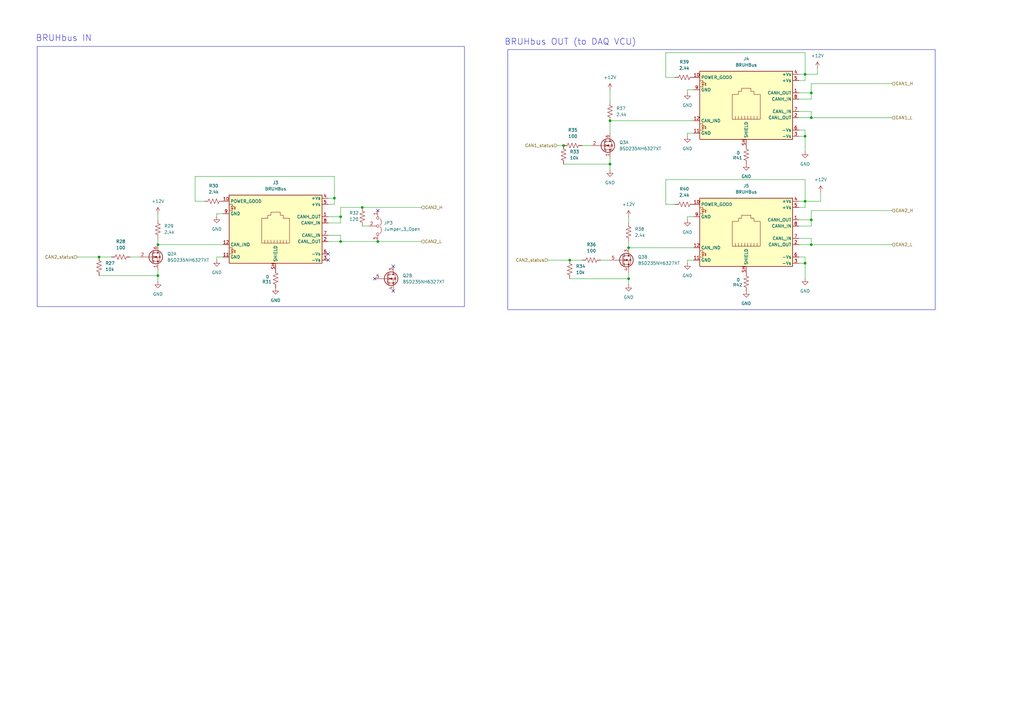
<source format=kicad_sch>
(kicad_sch (version 20250114) (generator "eeschema") (generator_version "9.0")
  (paper "A3")
  (lib_symbols
    (symbol "BFR Connectors:BRUHbus"
      (property "Reference" "J" (at 0 19.05 0))
      (property "Value" "BRUHBus" (at 0 16.51 0))
      (symbol "BRUHbus_0_1"
        (rectangle (start -19.05 13.97) (end 19.05 -13.97) (stroke (width 0.254)) (fill (type background)))
        (polyline (pts (xy -19.05 10.16) (xy -17.78 10.16)))
        (polyline (pts (xy -19.05 7.62) (xy -17.78 7.62)))
        (polyline (pts (xy -19.05 -7.62) (xy -17.78 -7.62)))
        (polyline (pts (xy -19.05 -10.16) (xy -17.78 -10.16)))
        (polyline (pts (xy -18.288 8.382) (xy -17.272 8.382)))
        (polyline (pts (xy -18.288 -9.398) (xy -17.272 -9.398)))
        (polyline (pts (xy -17.78 10.16) (xy -17.78 9.398)))
        (polyline (pts (xy -17.78 8.382) (xy -18.288 9.398) (xy -17.272 9.398) (xy -17.78 8.382)))
        (polyline (pts (xy -17.78 7.62) (xy -17.78 8.382)))
        (polyline (pts (xy -17.78 -7.62) (xy -17.78 -8.382)))
        (polyline (pts (xy -17.78 -9.398) (xy -18.288 -8.382) (xy -17.272 -8.382) (xy -17.78 -9.398)))
        (polyline (pts (xy -17.78 -10.16) (xy -17.78 -9.398)))
        (polyline (pts (xy -17.018 9.271) (xy -16.51 8.763) (xy -16.891 8.89)))
        (polyline (pts (xy -17.018 8.636) (xy -16.51 8.128) (xy -16.891 8.255)))
        (polyline (pts (xy -17.018 -8.509) (xy -16.51 -9.017) (xy -16.891 -8.89)))
        (polyline (pts (xy -17.018 -9.144) (xy -16.51 -9.652) (xy -16.891 -9.525)))
        (polyline (pts (xy -16.5175 -9.6461) (xy -16.6445 -9.2651)))
        (polyline (pts (xy -16.51 8.763) (xy -16.637 9.144)))
        (polyline (pts (xy -16.51 8.128) (xy -16.637 8.509)))
        (polyline (pts (xy -16.51 -9.017) (xy -16.637 -8.636)))
        (polyline (pts (xy -4.445 -4.445) (xy -4.445 -5.715)))
        (polyline (pts (xy -3.175 -4.445) (xy -3.175 -5.715)))
        (polyline (pts (xy -1.905 -4.445) (xy -1.905 -5.715) (xy -1.905 -5.715)))
        (polyline (pts (xy -0.635 -5.715) (xy -0.635 -4.445) (xy -0.635 -4.445)))
        (polyline (pts (xy 0.635 -5.715) (xy 0.635 -4.445) (xy 0.635 -4.445)))
        (polyline (pts (xy 1.905 -5.715) (xy 1.905 -4.445) (xy 1.905 -4.445)))
        (polyline (pts (xy 3.175 -5.715) (xy 3.175 -4.445) (xy 3.175 -4.445)))
        (polyline (pts (xy 4.445 -5.715) (xy 4.445 -4.445) (xy 4.445 -4.445)))
        (polyline (pts (xy 5.715 -5.715) (xy -5.715 -5.715) (xy -5.715 4.445) (xy -3.175 4.445) (xy -3.175 5.715) (xy -1.905 5.715) (xy -1.905 6.985) (xy 1.905 6.985) (xy 1.905 5.715) (xy 3.175 5.715) (xy 3.175 4.445) (xy 5.715 4.445) (xy 5.715 -5.715) (xy 5.715 -5.715)))
      )
      (symbol "BRUHbus_1_1"
        (pin passive line (at -21.59 11.43 0) (length 2.54) (name "POWER_GOOD") (number "10"))
        (pin passive line (at -21.59 6.35 0) (length 2.54) (name "GND") (number "9"))
        (pin passive line (at -21.59 -6.35 0) (length 2.54) (name "CAN_IND") (number "12"))
        (pin passive line (at -21.59 -11.43 0) (length 2.54) (name "GND") (number "11"))
        (pin passive line (at 0 -16.51 90) (length 2.54) (name "SHIELD") (number "SH"))
        (pin passive line (at 21.59 12.7 180) (length 2.54) (name "+Vs") (number "4"))
        (pin passive line (at 21.59 10.16 180) (length 2.54) (name "+Vs") (number "5"))
        (pin passive line (at 21.59 5.08 180) (length 2.54) (name "CANH_OUT") (number "1"))
        (pin passive line (at 21.59 2.54 180) (length 2.54) (name "CANH_IN") (number "8"))
        (pin passive line (at 21.59 -2.54 180) (length 2.54) (name "CANL_IN") (number "7"))
        (pin passive line (at 21.59 -5.08 180) (length 2.54) (name "CANL_OUT") (number "2"))
        (pin passive line (at 21.59 -10.16 180) (length 2.54) (name "-Vs") (number "6"))
        (pin passive line (at 21.59 -12.7 180) (length 2.54) (name "-Vs") (number "3"))
      )
    )
    (symbol "BFR Resistors:RMCF0603FT100R" (pin_numbers (hide yes))
      (property "Reference" "R" (at 0 2.54 0))
      (property "Value" "100" (at 1.27 2.54 0))
      (symbol "RMCF0603FT100R_0_1"
        (polyline (pts (xy -2.286 0) (xy -2.54 0)))
        (polyline (pts (xy -2.286 0) (xy -1.905 1.016) (xy -1.524 0) (xy -1.143 -1.016) (xy -0.762 0)))
        (polyline (pts (xy -0.762 0) (xy -0.381 1.016) (xy 0 0) (xy 0.381 -1.016) (xy 0.762 0)))
        (polyline (pts (xy 0.762 0) (xy 1.143 1.016) (xy 1.524 0) (xy 1.905 -1.016) (xy 2.286 0)))
        (polyline (pts (xy 2.286 0) (xy 2.54 0)))
      )
      (symbol "RMCF0603FT100R_1_1"
        (pin passive line (at -3.81 0 0) (length 1.27) (name "~") (number "1"))
        (pin passive line (at 3.81 0 180) (length 1.27) (name "~") (number "2"))
      )
    )
    (symbol "BFR Resistors:RMCF0603FT10K0" (pin_numbers (hide yes))
      (property "Reference" "R" (at 0 2.54 0))
      (property "Value" "10k" (at 1.27 2.54 0))
      (symbol "RMCF0603FT10K0_0_1"
        (polyline (pts (xy -2.286 0) (xy -2.54 0)))
        (polyline (pts (xy -2.286 0) (xy -1.905 1.016) (xy -1.524 0) (xy -1.143 -1.016) (xy -0.762 0)))
        (polyline (pts (xy -0.762 0) (xy -0.381 1.016) (xy 0 0) (xy 0.381 -1.016) (xy 0.762 0)))
        (polyline (pts (xy 0.762 0) (xy 1.143 1.016) (xy 1.524 0) (xy 1.905 -1.016) (xy 2.286 0)))
        (polyline (pts (xy 2.286 0) (xy 2.54 0)))
      )
      (symbol "RMCF0603FT10K0_1_1"
        (pin passive line (at -3.81 0 0) (length 1.27) (name "~") (number "1"))
        (pin passive line (at 3.81 0 180) (length 1.27) (name "~") (number "2"))
      )
    )
    (symbol "BFR Resistors:RMCF0603FT120R" (pin_numbers (hide yes))
      (property "Reference" "R" (at 0 2.54 0))
      (property "Value" "120" (at 1.27 2.54 0))
      (symbol "RMCF0603FT120R_0_1"
        (polyline (pts (xy -2.286 0) (xy -2.54 0)))
        (polyline (pts (xy -2.286 0) (xy -1.905 1.016) (xy -1.524 0) (xy -1.143 -1.016) (xy -0.762 0)))
        (polyline (pts (xy -0.762 0) (xy -0.381 1.016) (xy 0 0) (xy 0.381 -1.016) (xy 0.762 0)))
        (polyline (pts (xy 0.762 0) (xy 1.143 1.016) (xy 1.524 0) (xy 1.905 -1.016) (xy 2.286 0)))
        (polyline (pts (xy 2.286 0) (xy 2.54 0)))
      )
      (symbol "RMCF0603FT120R_1_1"
        (pin passive line (at -3.81 0 0) (length 1.27) (name "~") (number "1"))
        (pin passive line (at 3.81 0 180) (length 1.27) (name "~") (number "2"))
      )
    )
    (symbol "BFR Resistors:RMCF0603FT2K40" (pin_numbers (hide yes))
      (property "Reference" "R" (at 0 2.54 0))
      (property "Value" "2.4k" (at 1.27 2.54 0))
      (symbol "RMCF0603FT2K40_0_1"
        (polyline (pts (xy -2.286 0) (xy -2.54 0)))
        (polyline (pts (xy -2.286 0) (xy -1.905 1.016) (xy -1.524 0) (xy -1.143 -1.016) (xy -0.762 0)))
        (polyline (pts (xy -0.762 0) (xy -0.381 1.016) (xy 0 0) (xy 0.381 -1.016) (xy 0.762 0)))
        (polyline (pts (xy 0.762 0) (xy 1.143 1.016) (xy 1.524 0) (xy 1.905 -1.016) (xy 2.286 0)))
        (polyline (pts (xy 2.286 0) (xy 2.54 0)))
      )
      (symbol "RMCF0603FT2K40_1_1"
        (pin passive line (at -3.81 0 0) (length 1.27) (name "~") (number "1"))
        (pin passive line (at 3.81 0 180) (length 1.27) (name "~") (number "2"))
      )
    )
    (symbol "BRUHbus_2"
      (property "Reference" "J" (at 0 19.05 0))
      (property "Value" "BRUHBus" (at 0 16.51 0))
      (symbol "BRUHbus_2_0_1"
        (rectangle (start -19.05 13.97) (end 19.05 -13.97) (stroke (width 0.254)) (fill (type background)))
        (polyline (pts (xy -19.05 10.16) (xy -17.78 10.16)))
        (polyline (pts (xy -19.05 7.62) (xy -17.78 7.62)))
        (polyline (pts (xy -19.05 -7.62) (xy -17.78 -7.62)))
        (polyline (pts (xy -19.05 -10.16) (xy -17.78 -10.16)))
        (polyline (pts (xy -18.288 8.382) (xy -17.272 8.382)))
        (polyline (pts (xy -18.288 -9.398) (xy -17.272 -9.398)))
        (polyline (pts (xy -17.78 10.16) (xy -17.78 9.398)))
        (polyline (pts (xy -17.78 8.382) (xy -18.288 9.398) (xy -17.272 9.398) (xy -17.78 8.382)))
        (polyline (pts (xy -17.78 7.62) (xy -17.78 8.382)))
        (polyline (pts (xy -17.78 -7.62) (xy -17.78 -8.382)))
        (polyline (pts (xy -17.78 -9.398) (xy -18.288 -8.382) (xy -17.272 -8.382) (xy -17.78 -9.398)))
        (polyline (pts (xy -17.78 -10.16) (xy -17.78 -9.398)))
        (polyline (pts (xy -17.018 9.271) (xy -16.51 8.763) (xy -16.891 8.89)))
        (polyline (pts (xy -17.018 8.636) (xy -16.51 8.128) (xy -16.891 8.255)))
        (polyline (pts (xy -17.018 -8.509) (xy -16.51 -9.017) (xy -16.891 -8.89)))
        (polyline (pts (xy -17.018 -9.144) (xy -16.51 -9.652) (xy -16.891 -9.525)))
        (polyline (pts (xy -16.5175 -9.6461) (xy -16.6445 -9.2651)))
        (polyline (pts (xy -16.51 8.763) (xy -16.637 9.144)))
        (polyline (pts (xy -16.51 8.128) (xy -16.637 8.509)))
        (polyline (pts (xy -16.51 -9.017) (xy -16.637 -8.636)))
        (polyline (pts (xy -4.445 -4.445) (xy -4.445 -5.715)))
        (polyline (pts (xy -3.175 -4.445) (xy -3.175 -5.715)))
        (polyline (pts (xy -1.905 -4.445) (xy -1.905 -5.715) (xy -1.905 -5.715)))
        (polyline (pts (xy -0.635 -5.715) (xy -0.635 -4.445) (xy -0.635 -4.445)))
        (polyline (pts (xy 0.635 -5.715) (xy 0.635 -4.445) (xy 0.635 -4.445)))
        (polyline (pts (xy 1.905 -5.715) (xy 1.905 -4.445) (xy 1.905 -4.445)))
        (polyline (pts (xy 3.175 -5.715) (xy 3.175 -4.445) (xy 3.175 -4.445)))
        (polyline (pts (xy 4.445 -5.715) (xy 4.445 -4.445) (xy 4.445 -4.445)))
        (polyline (pts (xy 5.715 -5.715) (xy -5.715 -5.715) (xy -5.715 4.445) (xy -3.175 4.445) (xy -3.175 5.715) (xy -1.905 5.715) (xy -1.905 6.985) (xy 1.905 6.985) (xy 1.905 5.715) (xy 3.175 5.715) (xy 3.175 4.445) (xy 5.715 4.445) (xy 5.715 -5.715) (xy 5.715 -5.715)))
      )
      (symbol "BRUHbus_2_1_1"
        (pin passive line (at -21.59 11.43 0) (length 2.54) (name "POWER_GOOD") (number "10"))
        (pin passive line (at -21.59 6.35 0) (length 2.54) (name "GND") (number "9"))
        (pin passive line (at -21.59 -6.35 0) (length 2.54) (name "CAN_IND") (number "12"))
        (pin passive line (at -21.59 -11.43 0) (length 2.54) (name "GND") (number "11"))
        (pin passive line (at 0 -16.51 90) (length 2.54) (name "SHIELD") (number "SH"))
        (pin passive line (at 21.59 12.7 180) (length 2.54) (name "+Vs") (number "4"))
        (pin passive line (at 21.59 10.16 180) (length 2.54) (name "+Vs") (number "5"))
        (pin passive line (at 21.59 5.08 180) (length 2.54) (name "CANH_OUT") (number "1"))
        (pin passive line (at 21.59 2.54 180) (length 2.54) (name "CANH_IN") (number "8"))
        (pin passive line (at 21.59 -2.54 180) (length 2.54) (name "CANL_IN") (number "7"))
        (pin passive line (at 21.59 -5.08 180) (length 2.54) (name "CANL_OUT") (number "2"))
        (pin passive line (at 21.59 -10.16 180) (length 2.54) (name "-Vs") (number "6"))
        (pin passive line (at 21.59 -12.7 180) (length 2.54) (name "-Vs") (number "3"))
      )
    )
    (symbol "BRUHbus_3"
      (property "Reference" "J" (at 0 19.05 0))
      (property "Value" "BRUHBus" (at 0 16.51 0))
      (symbol "BRUHbus_3_0_1"
        (rectangle (start -19.05 13.97) (end 19.05 -13.97) (stroke (width 0.254)) (fill (type background)))
        (polyline (pts (xy -19.05 10.16) (xy -17.78 10.16)))
        (polyline (pts (xy -19.05 7.62) (xy -17.78 7.62)))
        (polyline (pts (xy -19.05 -7.62) (xy -17.78 -7.62)))
        (polyline (pts (xy -19.05 -10.16) (xy -17.78 -10.16)))
        (polyline (pts (xy -18.288 8.382) (xy -17.272 8.382)))
        (polyline (pts (xy -18.288 -9.398) (xy -17.272 -9.398)))
        (polyline (pts (xy -17.78 10.16) (xy -17.78 9.398)))
        (polyline (pts (xy -17.78 8.382) (xy -18.288 9.398) (xy -17.272 9.398) (xy -17.78 8.382)))
        (polyline (pts (xy -17.78 7.62) (xy -17.78 8.382)))
        (polyline (pts (xy -17.78 -7.62) (xy -17.78 -8.382)))
        (polyline (pts (xy -17.78 -9.398) (xy -18.288 -8.382) (xy -17.272 -8.382) (xy -17.78 -9.398)))
        (polyline (pts (xy -17.78 -10.16) (xy -17.78 -9.398)))
        (polyline (pts (xy -17.018 9.271) (xy -16.51 8.763) (xy -16.891 8.89)))
        (polyline (pts (xy -17.018 8.636) (xy -16.51 8.128) (xy -16.891 8.255)))
        (polyline (pts (xy -17.018 -8.509) (xy -16.51 -9.017) (xy -16.891 -8.89)))
        (polyline (pts (xy -17.018 -9.144) (xy -16.51 -9.652) (xy -16.891 -9.525)))
        (polyline (pts (xy -16.5175 -9.6461) (xy -16.6445 -9.2651)))
        (polyline (pts (xy -16.51 8.763) (xy -16.637 9.144)))
        (polyline (pts (xy -16.51 8.128) (xy -16.637 8.509)))
        (polyline (pts (xy -16.51 -9.017) (xy -16.637 -8.636)))
        (polyline (pts (xy -4.445 -4.445) (xy -4.445 -5.715)))
        (polyline (pts (xy -3.175 -4.445) (xy -3.175 -5.715)))
        (polyline (pts (xy -1.905 -4.445) (xy -1.905 -5.715) (xy -1.905 -5.715)))
        (polyline (pts (xy -0.635 -5.715) (xy -0.635 -4.445) (xy -0.635 -4.445)))
        (polyline (pts (xy 0.635 -5.715) (xy 0.635 -4.445) (xy 0.635 -4.445)))
        (polyline (pts (xy 1.905 -5.715) (xy 1.905 -4.445) (xy 1.905 -4.445)))
        (polyline (pts (xy 3.175 -5.715) (xy 3.175 -4.445) (xy 3.175 -4.445)))
        (polyline (pts (xy 4.445 -5.715) (xy 4.445 -4.445) (xy 4.445 -4.445)))
        (polyline (pts (xy 5.715 -5.715) (xy -5.715 -5.715) (xy -5.715 4.445) (xy -3.175 4.445) (xy -3.175 5.715) (xy -1.905 5.715) (xy -1.905 6.985) (xy 1.905 6.985) (xy 1.905 5.715) (xy 3.175 5.715) (xy 3.175 4.445) (xy 5.715 4.445) (xy 5.715 -5.715) (xy 5.715 -5.715)))
      )
      (symbol "BRUHbus_3_1_1"
        (pin passive line (at -21.59 11.43 0) (length 2.54) (name "POWER_GOOD") (number "10"))
        (pin passive line (at -21.59 6.35 0) (length 2.54) (name "GND") (number "9"))
        (pin passive line (at -21.59 -6.35 0) (length 2.54) (name "CAN_IND") (number "12"))
        (pin passive line (at -21.59 -11.43 0) (length 2.54) (name "GND") (number "11"))
        (pin passive line (at 0 -16.51 90) (length 2.54) (name "SHIELD") (number "SH"))
        (pin passive line (at 21.59 12.7 180) (length 2.54) (name "+Vs") (number "4"))
        (pin passive line (at 21.59 10.16 180) (length 2.54) (name "+Vs") (number "5"))
        (pin passive line (at 21.59 5.08 180) (length 2.54) (name "CANH_OUT") (number "1"))
        (pin passive line (at 21.59 2.54 180) (length 2.54) (name "CANH_IN") (number "8"))
        (pin passive line (at 21.59 -2.54 180) (length 2.54) (name "CANL_IN") (number "7"))
        (pin passive line (at 21.59 -5.08 180) (length 2.54) (name "CANL_OUT") (number "2"))
        (pin passive line (at 21.59 -10.16 180) (length 2.54) (name "-Vs") (number "6"))
        (pin passive line (at 21.59 -12.7 180) (length 2.54) (name "-Vs") (number "3"))
      )
    )
    (symbol "Jumper:Jumper_3_Open" (pin_names (offset 0) (hide yes)) (in_bom no)
      (property "Reference" "JP" (at -2.54 -2.54 0))
      (property "Value" "Jumper_3_Open" (at 0 2.794 0))
      (symbol "Jumper_3_Open_0_0"
        (circle (center -3.302 0) (radius 0.508))
        (circle (center 0 0) (radius 0.508))
        (circle (center 3.302 0) (radius 0.508))
      )
      (symbol "Jumper_3_Open_0_1"
        (arc (start -3.048 1.016) (mid -1.651 1.4992) (end -0.254 1.016))
        (polyline (pts (xy 0 -0.508) (xy 0 -1.27)))
        (arc (start 0.254 1.016) (mid 1.651 1.4992) (end 3.048 1.016))
      )
      (symbol "Jumper_3_Open_1_1"
        (pin passive line (at -6.35 0 0) (length 2.54) (name "A") (number "1"))
        (pin passive line (at 0 -3.81 90) (length 2.54) (name "C") (number "2"))
        (pin passive line (at 6.35 0 180) (length 2.54) (name "B") (number "3"))
      )
    )
    (symbol "Transistor_FET:Q_Dual_NMOS_S1G1D2S2G2D1" (pin_names (offset 0) (hide yes))
      (property "Reference" "Q" (at 5.08 1.905 0))
      (property "Value" "Q_Dual_NMOS_S1G1D2S2G2D1" (at 5.08 0 0))
      (symbol "Q_Dual_NMOS_S1G1D2S2G2D1_0_1"
        (polyline (pts (xy 0.254 1.905) (xy 0.254 -1.905)) (stroke (width 0.254)))
        (polyline (pts (xy 0.254 0) (xy -2.54 0)))
        (polyline (pts (xy 0.762 2.286) (xy 0.762 1.27)) (stroke (width 0.254)))
        (polyline (pts (xy 0.762 0.508) (xy 0.762 -0.508)) (stroke (width 0.254)))
        (polyline (pts (xy 0.762 -1.27) (xy 0.762 -2.286)) (stroke (width 0.254)))
        (polyline (pts (xy 0.762 -1.778) (xy 3.302 -1.778) (xy 3.302 1.778) (xy 0.762 1.778)))
        (polyline (pts (xy 1.016 0) (xy 2.032 0.381) (xy 2.032 -0.381) (xy 1.016 0)) (fill (type outline)))
        (circle (center 1.651 0) (radius 2.794) (stroke (width 0.254)))
        (polyline (pts (xy 2.54 2.54) (xy 2.54 1.778)))
        (circle (center 2.54 1.778) (radius 0.254) (fill (type outline)))
        (circle (center 2.54 -1.778) (radius 0.254) (fill (type outline)))
        (polyline (pts (xy 2.54 -2.54) (xy 2.54 0) (xy 0.762 0)))
        (polyline (pts (xy 2.921 0.381) (xy 3.683 0.381)))
        (polyline (pts (xy 3.302 0.381) (xy 2.921 -0.254) (xy 3.683 -0.254) (xy 3.302 0.381)))
      )
      (symbol "Q_Dual_NMOS_S1G1D2S2G2D1_1_1"
        (pin input line (at -5.08 0 0) (length 2.54) (name "G") (number "2"))
        (pin passive line (at 2.54 5.08 270) (length 2.54) (name "D") (number "6"))
        (pin passive line (at 2.54 -5.08 90) (length 2.54) (name "S") (number "1"))
      )
      (symbol "Q_Dual_NMOS_S1G1D2S2G2D1_2_1"
        (pin input line (at -5.08 0 0) (length 2.54) (name "G") (number "5"))
        (pin passive line (at 2.54 5.08 270) (length 2.54) (name "D") (number "3"))
        (pin passive line (at 2.54 -5.08 90) (length 2.54) (name "S") (number "4"))
      )
    )
    (symbol "bfr_resistors:RMCF0805ZT0R00" (pin_numbers (hide yes))
      (property "Reference" "R" (at 0 2.54 0))
      (property "Value" "0" (at 1.27 2.54 0))
      (symbol "RMCF0805ZT0R00_0_1"
        (polyline (pts (xy -2.286 0) (xy -2.54 0)))
        (polyline (pts (xy -2.286 0) (xy -1.905 1.016) (xy -1.524 0) (xy -1.143 -1.016) (xy -0.762 0)))
        (polyline (pts (xy -0.762 0) (xy -0.381 1.016) (xy 0 0) (xy 0.381 -1.016) (xy 0.762 0)))
        (polyline (pts (xy 0.762 0) (xy 1.143 1.016) (xy 1.524 0) (xy 1.905 -1.016) (xy 2.286 0)))
        (polyline (pts (xy 2.286 0) (xy 2.54 0)))
      )
      (symbol "RMCF0805ZT0R00_1_1"
        (pin passive line (at -3.81 0 0) (length 1.27) (name "~") (number "1"))
        (pin passive line (at 3.81 0 180) (length 1.27) (name "~") (number "2"))
      )
    )
    (symbol "power:+12V" (power) (pin_numbers (hide yes)) (pin_names (offset 0) (hide yes))
      (property "Value" "+12V" (at 0 3.556 0))
      (symbol "+12V_0_1"
        (polyline (pts (xy -0.762 1.27) (xy 0 2.54)))
        (polyline (pts (xy 0 2.54) (xy 0.762 1.27)))
        (polyline (pts (xy 0 0) (xy 0 2.54)))
      )
      (symbol "+12V_1_1"
        (pin power_in line (at 0 0 90) (length 0) (name "~") (number "1"))
      )
    )
    (symbol "power:GND" (power) (pin_numbers (hide yes)) (pin_names (offset 0) (hide yes))
      (property "Value" "GND" (at 0 -3.81 0))
      (symbol "GND_0_1"
        (polyline (pts (xy 0 0) (xy 0 -1.27) (xy 1.27 -1.27) (xy 0 -2.54) (xy -1.27 -1.27) (xy 0 -1.27)))
      )
      (symbol "GND_1_1"
        (pin power_in line (at 0 0 270) (length 0) (name "~") (number "1"))
      )
    )
  )
  (rectangle (start 15.24 19.05) (end 190.5 125.73))
  (rectangle (start 208.28 20.32) (end 383.54 127))
  (text "BRUHbus IN\n" (at 26.162 15.748 0) (effects (font (size 2.54 2.54))))
  (text "BRUHbus OUT (to DAQ VCU)\n" (at 233.934 17.272 0) (effects (font (size 2.54 2.54))))
  (junction (at 330.2 55.88))
  (junction (at 332.74 90.17))
  (junction (at 148.59 85.09))
  (junction (at 139.7 99.06))
  (junction (at 154.94 99.06))
  (junction (at 40.64 105.41))
  (junction (at 332.74 38.1))
  (junction (at 257.81 114.3))
  (junction (at 233.68 106.68))
  (junction (at 250.19 49.53))
  (junction (at 231.14 59.69))
  (junction (at 330.2 30.48))
  (junction (at 64.77 100.33))
  (junction (at 250.19 67.31))
  (junction (at 332.74 100.33))
  (junction (at 330.2 82.55))
  (junction (at 332.74 48.26))
  (junction (at 64.77 113.03))
  (junction (at 257.81 101.6))
  (junction (at 137.16 81.28))
  (junction (at 330.2 107.95))
  (junction (at 139.7 88.9))
  (no_connect (at 161.29 119.38))
  (no_connect (at 153.67 114.3))
  (no_connect (at 154.94 86.36))
  (no_connect (at 161.29 109.22))
  (no_connect (at 134.62 104.14))
  (no_connect (at 134.62 106.68))
  (wire (pts (xy 327.66 85.09) (xy 330.2 85.09)))
  (wire (pts (xy 88.9 105.41) (xy 88.9 106.68)))
  (wire (pts (xy 281.94 88.9) (xy 281.94 90.17)))
  (wire (pts (xy 53.34 105.41) (xy 57.15 105.41)))
  (wire (pts (xy 148.59 85.09) (xy 172.72 85.09)))
  (wire (pts (xy 257.81 101.6) (xy 284.48 101.6)))
  (wire (pts (xy 276.86 83.82) (xy 273.05 83.82)))
  (wire (pts (xy 64.77 110.49) (xy 64.77 113.03)))
  (wire (pts (xy 332.74 97.79) (xy 332.74 100.33)))
  (wire (pts (xy 281.94 54.61) (xy 281.94 55.88)))
  (wire (pts (xy 139.7 85.09) (xy 148.59 85.09)))
  (wire (pts (xy 332.74 92.71) (xy 332.74 90.17)))
  (wire (pts (xy 134.62 83.82) (xy 137.16 83.82)))
  (wire (pts (xy 332.74 48.26) (xy 365.76 48.26)))
  (wire (pts (xy 332.74 100.33) (xy 365.76 100.33)))
  (wire (pts (xy 327.66 97.79) (xy 332.74 97.79)))
  (wire (pts (xy 134.62 91.44) (xy 139.7 91.44)))
  (wire (pts (xy 64.77 100.33) (xy 91.44 100.33)))
  (wire (pts (xy 332.74 34.29) (xy 365.76 34.29)))
  (wire (pts (xy 330.2 82.55) (xy 327.66 82.55)))
  (wire (pts (xy 233.68 106.68) (xy 238.76 106.68)))
  (wire (pts (xy 134.62 96.52) (xy 139.7 96.52)))
  (wire (pts (xy 137.16 72.39) (xy 137.16 81.28)))
  (wire (pts (xy 327.66 48.26) (xy 332.74 48.26)))
  (wire (pts (xy 88.9 87.63) (xy 88.9 88.9)))
  (wire (pts (xy 330.2 30.48) (xy 335.28 30.48)))
  (wire (pts (xy 330.2 30.48) (xy 327.66 30.48)))
  (wire (pts (xy 40.64 105.41) (xy 45.72 105.41)))
  (wire (pts (xy 330.2 73.66) (xy 330.2 82.55)))
  (wire (pts (xy 332.74 86.36) (xy 332.74 90.17)))
  (wire (pts (xy 284.48 106.68) (xy 281.94 106.68)))
  (wire (pts (xy 327.66 33.02) (xy 330.2 33.02)))
  (wire (pts (xy 257.81 99.06) (xy 257.81 101.6)))
  (wire (pts (xy 332.74 40.64) (xy 332.74 38.1)))
  (wire (pts (xy 40.64 113.03) (xy 64.77 113.03)))
  (wire (pts (xy 64.77 87.63) (xy 64.77 90.17)))
  (wire (pts (xy 91.44 105.41) (xy 88.9 105.41)))
  (wire (pts (xy 257.81 88.9) (xy 257.81 91.44)))
  (wire (pts (xy 284.48 54.61) (xy 281.94 54.61)))
  (wire (pts (xy 327.66 92.71) (xy 332.74 92.71)))
  (wire (pts (xy 273.05 83.82) (xy 273.05 73.66)))
  (wire (pts (xy 284.48 36.83) (xy 281.94 36.83)))
  (wire (pts (xy 332.74 90.17) (xy 327.66 90.17)))
  (wire (pts (xy 137.16 83.82) (xy 137.16 81.28)))
  (wire (pts (xy 330.2 53.34) (xy 330.2 55.88)))
  (wire (pts (xy 250.19 49.53) (xy 250.19 54.61)))
  (wire (pts (xy 273.05 21.59) (xy 330.2 21.59)))
  (wire (pts (xy 327.66 100.33) (xy 332.74 100.33)))
  (wire (pts (xy 281.94 36.83) (xy 281.94 38.1)))
  (wire (pts (xy 231.14 67.31) (xy 250.19 67.31)))
  (wire (pts (xy 327.66 105.41) (xy 330.2 105.41)))
  (wire (pts (xy 250.19 49.53) (xy 284.48 49.53)))
  (wire (pts (xy 335.28 27.94) (xy 335.28 30.48)))
  (wire (pts (xy 64.77 113.03) (xy 64.77 115.57)))
  (wire (pts (xy 327.66 55.88) (xy 330.2 55.88)))
  (wire (pts (xy 327.66 40.64) (xy 332.74 40.64)))
  (wire (pts (xy 257.81 114.3) (xy 257.81 116.84)))
  (wire (pts (xy 250.19 64.77) (xy 250.19 67.31)))
  (wire (pts (xy 148.59 92.71) (xy 151.13 92.71)))
  (wire (pts (xy 281.94 106.68) (xy 281.94 107.95)))
  (wire (pts (xy 80.01 82.55) (xy 80.01 72.39)))
  (wire (pts (xy 330.2 33.02) (xy 330.2 30.48)))
  (wire (pts (xy 330.2 55.88) (xy 330.2 62.23)))
  (wire (pts (xy 246.38 106.68) (xy 250.19 106.68)))
  (wire (pts (xy 332.74 45.72) (xy 332.74 48.26)))
  (wire (pts (xy 332.74 38.1) (xy 327.66 38.1)))
  (wire (pts (xy 154.94 99.06) (xy 172.72 99.06)))
  (wire (pts (xy 327.66 53.34) (xy 330.2 53.34)))
  (wire (pts (xy 139.7 99.06) (xy 154.94 99.06)))
  (wire (pts (xy 330.2 82.55) (xy 336.55 82.55)))
  (wire (pts (xy 332.74 34.29) (xy 332.74 38.1)))
  (wire (pts (xy 336.55 78.74) (xy 336.55 82.55)))
  (wire (pts (xy 31.75 105.41) (xy 40.64 105.41)))
  (wire (pts (xy 83.82 82.55) (xy 80.01 82.55)))
  (wire (pts (xy 327.66 107.95) (xy 330.2 107.95)))
  (wire (pts (xy 139.7 91.44) (xy 139.7 88.9)))
  (wire (pts (xy 273.05 31.75) (xy 273.05 21.59)))
  (wire (pts (xy 250.19 67.31) (xy 250.19 69.85)))
  (wire (pts (xy 257.81 111.76) (xy 257.81 114.3)))
  (wire (pts (xy 231.14 59.69) (xy 228.6 59.69)))
  (wire (pts (xy 276.86 31.75) (xy 273.05 31.75)))
  (wire (pts (xy 273.05 73.66) (xy 330.2 73.66)))
  (wire (pts (xy 330.2 107.95) (xy 330.2 114.3)))
  (wire (pts (xy 250.19 36.83) (xy 250.19 41.91)))
  (wire (pts (xy 137.16 81.28) (xy 134.62 81.28)))
  (wire (pts (xy 134.62 99.06) (xy 139.7 99.06)))
  (wire (pts (xy 224.79 106.68) (xy 233.68 106.68)))
  (wire (pts (xy 330.2 105.41) (xy 330.2 107.95)))
  (wire (pts (xy 139.7 85.09) (xy 139.7 88.9)))
  (wire (pts (xy 233.68 114.3) (xy 257.81 114.3)))
  (wire (pts (xy 330.2 85.09) (xy 330.2 82.55)))
  (wire (pts (xy 139.7 96.52) (xy 139.7 99.06)))
  (wire (pts (xy 284.48 88.9) (xy 281.94 88.9)))
  (wire (pts (xy 139.7 88.9) (xy 134.62 88.9)))
  (wire (pts (xy 91.44 87.63) (xy 88.9 87.63)))
  (wire (pts (xy 238.76 59.69) (xy 242.57 59.69)))
  (wire (pts (xy 64.77 97.79) (xy 64.77 100.33)))
  (wire (pts (xy 80.01 72.39) (xy 137.16 72.39)))
  (wire (pts (xy 332.74 86.36) (xy 365.76 86.36)))
  (wire (pts (xy 330.2 21.59) (xy 330.2 30.48)))
  (wire (pts (xy 327.66 45.72) (xy 332.74 45.72)))
  (hierarchical_label "CAN1_H" (shape input) (at 365.76 34.29 0))
  (hierarchical_label "CAN1_status" (shape input) (at 228.6 59.69 180))
  (hierarchical_label "CAN2_H" (shape input) (at 172.72 85.09 0))
  (hierarchical_label "CAN2_status" (shape input) (at 31.75 105.41 180))
  (hierarchical_label "CAN2_H" (shape input) (at 365.76 86.36 0))
  (hierarchical_label "CAN2_status" (shape input) (at 224.79 106.68 180))
  (hierarchical_label "CAN1_L" (shape input) (at 365.76 48.26 0))
  (hierarchical_label "CAN2_L" (shape input) (at 365.76 100.33 0))
  (hierarchical_label "CAN2_L" (shape input) (at 172.72 99.06 0))
  (symbol (lib_name "BRUHbus_2") (lib_id "BFR Connectors:BRUHbus") (at 113.03 93.98 0) (unit 1)
    (property "Reference" "J3" (at 113.03 74.93 0))
    (property "Value" "BRUHBus" (at 113.03 77.47 0))
    (property "Footprint" "Connector_RJ:RJ45_Amphenol_RJHSE538X" (effects (hide yes)))
    (property "Datasheet" "https://app.adam-tech.com/products/download/data_sheet/203879/mtj-88arx1-fsm-lg-data-sheet.pdf" (effects (hide yes)))
    (property "Description" "BRUHBus Connector" (effects (hide yes)))
    (property "Manufacturer P/N" "MTJ-88ARX1-FSM-LG" (effects (hide yes)))
    (property "Manufacturer" "Adam Tech" (effects (hide yes)))
    (property "Digikey P/N" "2057-MTJ-88ARX1-FSM-LG-ND" (effects (hide yes)))
    (property "Mouser P/N" "737-MTJ88ARX1FSMLG " (effects (hide yes)))
    (property "JLC Basic Part" "No" (effects (hide yes)))
    (property "Order From" "Mouser" (effects (hide yes)))
    (property "Created By" "Manual Entry" (effects (hide yes)))
  )
  (symbol (lib_id "power:GND") (at 281.94 107.95 0) (unit 1)
    (property "Reference" "#PWR095" (effects (hide yes)))
    (property "Value" "GND" (at 281.94 113.03 0))
    (property "Description" "Power symbol creates a global label with name \"GND\" , ground" (effects (hide yes)))
  )
  (symbol (lib_id "power:GND") (at 64.77 115.57 0) (unit 1)
    (property "Reference" "#PWR084" (effects (hide yes)))
    (property "Value" "GND" (at 64.77 120.65 0))
    (property "Description" "Power symbol creates a global label with name \"GND\" , ground" (effects (hide yes)))
  )
  (symbol (lib_id "power:GND") (at 281.94 55.88 0) (unit 1)
    (property "Reference" "#PWR093" (effects (hide yes)))
    (property "Value" "GND" (at 281.94 60.96 0))
    (property "Description" "Power symbol creates a global label with name \"GND\" , ground" (effects (hide yes)))
  )
  (symbol (lib_id "BFR Resistors:RMCF0603FT100R") (at 49.53 105.41 0) (unit 1)
    (property "Reference" "R28" (at 49.53 99.06 0))
    (property "Value" "100" (at 49.53 101.6 0))
    (property "Footprint" "Resistor_SMD:R_0603_1608Metric_Pad0.98x0.95mm_HandSolder" (effects (hide yes)))
    (property "Datasheet" "https://www.seielect.com/catalog/sei-rmcf_rmcp.pdf" (effects (hide yes)))
    (property "Description" "100Ω 0603 JLCPCB Basic Resistor" (effects (hide yes)))
    (property "Sim.Device" "SUBCKT" (effects (hide yes)))
    (property "Sim.Pins" "1=P1 2=P2" (effects (hide yes)))
    (property "Sim.Library" "${BFRUH_DIR}/Electronics/spice_models/bfr_resistors/RMCF0603FT100R.lib" (effects (hide yes)))
    (property "Sim.Name" "RMCF0603FT100R" (effects (hide yes)))
    (property "Pretty Name" "100Ω 0603 Resistor" (effects (hide yes)))
    (property "Order From" "LCSC" (effects (hide yes)))
    (property "Digikey P/N" "RMCF0603FT100RCT-ND" (effects (hide yes)))
    (property "Mouser P/N" "708-RMCF0603FT100R" (effects (hide yes)))
    (property "LCSC P/N" "C22775" (effects (hide yes)))
    (property "JLCPCB Basic Part" "Yes" (effects (hide yes)))
    (property "Created by" "resistor_generator.py script using e24_resistor_bible_spec.txt" (effects (hide yes)))
  )
  (symbol (lib_id "bfr_resistors:RMCF0805ZT0R00") (at 306.07 63.5 90) (unit 1)
    (property "Reference" "R41" (at 302.514 64.77 90))
    (property "Value" "0" (at 302.768 62.738 90))
    (property "Footprint" "Resistor_SMD:R_0805_2012Metric_Pad1.20x1.40mm_HandSolder" (effects (hide yes)))
    (property "Datasheet" "https://www.seielect.com/catalog/sei-rmcf_rmcp.pdf" (effects (hide yes)))
    (property "Description" "0Ω 0805 JLCPCB Basic Resistor" (effects (hide yes)))
    (property "Sim.Device" "SUBCKT" (effects (hide yes)))
    (property "Sim.Pins" "1=P1 2=P2" (effects (hide yes)))
    (property "Sim.Library" "${BFRUH_DIR}/Electronics/spice_models/bfr_resistors/RMCF0805ZT0R00.lib" (effects (hide yes)))
    (property "Sim.Name" "RMCF0805ZT0R00" (effects (hide yes)))
    (property "Pretty Name" "0Ω 0805 Resistor" (effects (hide yes)))
    (property "Order From" "LCSC" (effects (hide yes)))
    (property "Digikey P/N" "RMCF0805ZT0R00CT-ND" (effects (hide yes)))
    (property "Mouser P/N" "708-RMCF0805ZT0R00" (effects (hide yes)))
    (property "LCSC P/N" "C17477" (effects (hide yes)))
    (property "JLCPCB Basic Part" "Yes" (effects (hide yes)))
    (property "Created by" "resistor_generator.py script using e24_resistor_bible_spec.txt" (effects (hide yes)))
    (property "LCSC Part #" "C17477" (effects (hide yes)))
  )
  (symbol (lib_id "power:GND") (at 330.2 114.3 0) (unit 1)
    (property "Reference" "#PWR099" (effects (hide yes)))
    (property "Value" "GND" (at 330.2 119.38 0))
    (property "Description" "Power symbol creates a global label with name \"GND\" , ground" (effects (hide yes)))
  )
  (symbol (lib_id "power:GND") (at 257.81 116.84 0) (unit 1)
    (property "Reference" "#PWR091" (effects (hide yes)))
    (property "Value" "GND" (at 257.81 121.92 0))
    (property "Description" "Power symbol creates a global label with name \"GND\" , ground" (effects (hide yes)))
  )
  (symbol (lib_id "power:GND") (at 250.19 69.85 0) (unit 1)
    (property "Reference" "#PWR089" (effects (hide yes)))
    (property "Value" "GND" (at 250.19 74.93 0))
    (property "Description" "Power symbol creates a global label with name \"GND\" , ground" (effects (hide yes)))
  )
  (symbol (lib_id "BFR Resistors:RMCF0603FT2K40") (at 280.67 83.82 0) (unit 1)
    (property "Reference" "R40" (at 280.67 77.47 0))
    (property "Value" "2.4k" (at 280.67 80.01 0))
    (property "Footprint" "Resistor_SMD:R_0603_1608Metric_Pad0.98x0.95mm_HandSolder" (effects (hide yes)))
    (property "Datasheet" "https://www.seielect.com/catalog/sei-rmcf_rmcp.pdf" (effects (hide yes)))
    (property "Description" "2.4kΩ 0603 JLCPCB Basic Resistor" (effects (hide yes)))
    (property "Sim.Device" "SUBCKT" (effects (hide yes)))
    (property "Sim.Pins" "1=P1 2=P2" (effects (hide yes)))
    (property "Sim.Library" "${BFRUH_DIR}/Electronics/spice_models/bfr_resistors/RMCF0603FT2K40.lib" (effects (hide yes)))
    (property "Sim.Name" "RMCF0603FT2K40" (effects (hide yes)))
    (property "Pretty Name" "2.4kΩ 0603 Resistor" (effects (hide yes)))
    (property "Order From" "LCSC" (effects (hide yes)))
    (property "Digikey P/N" "RMCF0603FT2K40CT-ND" (effects (hide yes)))
    (property "Mouser P/N" "708-RMCF0603FT2K40" (effects (hide yes)))
    (property "LCSC P/N" "C22940" (effects (hide yes)))
    (property "JLCPCB Basic Part" "Yes" (effects (hide yes)))
    (property "Created by" "resistor_generator.py script using e24_resistor_bible_spec.txt" (effects (hide yes)))
  )
  (symbol (lib_id "BFR Resistors:RMCF0603FT2K40") (at 280.67 31.75 0) (unit 1)
    (property "Reference" "R39" (at 280.67 25.4 0))
    (property "Value" "2.4k" (at 280.67 27.94 0))
    (property "Footprint" "Resistor_SMD:R_0603_1608Metric_Pad0.98x0.95mm_HandSolder" (effects (hide yes)))
    (property "Datasheet" "https://www.seielect.com/catalog/sei-rmcf_rmcp.pdf" (effects (hide yes)))
    (property "Description" "2.4kΩ 0603 JLCPCB Basic Resistor" (effects (hide yes)))
    (property "Sim.Device" "SUBCKT" (effects (hide yes)))
    (property "Sim.Pins" "1=P1 2=P2" (effects (hide yes)))
    (property "Sim.Library" "${BFRUH_DIR}/Electronics/spice_models/bfr_resistors/RMCF0603FT2K40.lib" (effects (hide yes)))
    (property "Sim.Name" "RMCF0603FT2K40" (effects (hide yes)))
    (property "Pretty Name" "2.4kΩ 0603 Resistor" (effects (hide yes)))
    (property "Order From" "LCSC" (effects (hide yes)))
    (property "Digikey P/N" "RMCF0603FT2K40CT-ND" (effects (hide yes)))
    (property "Mouser P/N" "708-RMCF0603FT2K40" (effects (hide yes)))
    (property "LCSC P/N" "C22940" (effects (hide yes)))
    (property "JLCPCB Basic Part" "Yes" (effects (hide yes)))
    (property "Created by" "resistor_generator.py script using e24_resistor_bible_spec.txt" (effects (hide yes)))
  )
  (symbol (lib_id "power:GND") (at 330.2 62.23 0) (unit 1)
    (property "Reference" "#PWR098" (effects (hide yes)))
    (property "Value" "GND" (at 330.2 67.31 0))
    (property "Description" "Power symbol creates a global label with name \"GND\" , ground" (effects (hide yes)))
  )
  (symbol (lib_id "Transistor_FET:Q_Dual_NMOS_S1G1D2S2G2D1") (at 158.75 114.3 0) (unit 2)
    (property "Reference" "Q2" (at 165.1 113.0299 0) (effects (justify left)))
    (property "Value" "BSD235NH6327XT" (at 165.1 115.5699 0) (effects (justify left)))
    (property "Footprint" "Package_TO_SOT_SMD:SOT-363_SC-70-6_Handsoldering" (effects (hide yes)))
    (property "Datasheet" "https://www.mouser.com/datasheet/3/70/1/BSD235N_Rev2%205.pdf" (effects (hide yes)))
    (property "Description" "Dual NMOS transistor, 6 pin package" (effects (hide yes)))
  )
  (symbol (lib_id "BFR Resistors:RMCF0603FT10K0") (at 231.14 63.5 90) (unit 1)
    (property "Reference" "R33" (at 233.68 62.2299 90) (effects (justify right)))
    (property "Value" "10k" (at 233.68 64.7699 90) (effects (justify right)))
    (property "Footprint" "Resistor_SMD:R_0603_1608Metric_Pad0.98x0.95mm_HandSolder" (effects (hide yes)))
    (property "Datasheet" "https://www.seielect.com/catalog/sei-rmcf_rmcp.pdf" (effects (hide yes)))
    (property "Description" "10kΩ 0603 JLCPCB Basic Resistor" (effects (hide yes)))
    (property "Sim.Device" "SUBCKT" (effects (hide yes)))
    (property "Sim.Pins" "1=P1 2=P2" (effects (hide yes)))
    (property "Sim.Library" "${BFRUH_DIR}/Electronics/spice_models/bfr_resistors/RMCF0603FT10K0.lib" (effects (hide yes)))
    (property "Sim.Name" "RMCF0603FT10K0" (effects (hide yes)))
    (property "Pretty Name" "10kΩ 0603 Resistor" (effects (hide yes)))
    (property "Order From" "LCSC" (effects (hide yes)))
    (property "Digikey P/N" "RMCF0603FT10K0CT-ND" (effects (hide yes)))
    (property "Mouser P/N" "708-RMCF0603FT10K0" (effects (hide yes)))
    (property "LCSC P/N" "C25804" (effects (hide yes)))
    (property "JLCPCB Basic Part" "Yes" (effects (hide yes)))
    (property "Created by" "resistor_generator.py script using e24_resistor_bible_spec.txt" (effects (hide yes)))
  )
  (symbol (lib_id "BFR Resistors:RMCF0603FT2K40") (at 64.77 93.98 90) (unit 1)
    (property "Reference" "R29" (at 67.31 92.7099 90) (effects (justify right)))
    (property "Value" "2.4k" (at 67.31 95.2499 90) (effects (justify right)))
    (property "Footprint" "Resistor_SMD:R_0603_1608Metric_Pad0.98x0.95mm_HandSolder" (effects (hide yes)))
    (property "Datasheet" "https://www.seielect.com/catalog/sei-rmcf_rmcp.pdf" (effects (hide yes)))
    (property "Description" "2.4kΩ 0603 JLCPCB Basic Resistor" (effects (hide yes)))
    (property "Sim.Device" "SUBCKT" (effects (hide yes)))
    (property "Sim.Pins" "1=P1 2=P2" (effects (hide yes)))
    (property "Sim.Library" "${BFRUH_DIR}/Electronics/spice_models/bfr_resistors/RMCF0603FT2K40.lib" (effects (hide yes)))
    (property "Sim.Name" "RMCF0603FT2K40" (effects (hide yes)))
    (property "Pretty Name" "2.4kΩ 0603 Resistor" (effects (hide yes)))
    (property "Order From" "LCSC" (effects (hide yes)))
    (property "Digikey P/N" "RMCF0603FT2K40CT-ND" (effects (hide yes)))
    (property "Mouser P/N" "708-RMCF0603FT2K40" (effects (hide yes)))
    (property "LCSC P/N" "C22940" (effects (hide yes)))
    (property "JLCPCB Basic Part" "Yes" (effects (hide yes)))
    (property "Created by" "resistor_generator.py script using e24_resistor_bible_spec.txt" (effects (hide yes)))
  )
  (symbol (lib_id "power:GND") (at 281.94 90.17 0) (unit 1)
    (property "Reference" "#PWR094" (effects (hide yes)))
    (property "Value" "GND" (at 281.94 95.25 0))
    (property "Description" "Power symbol creates a global label with name \"GND\" , ground" (effects (hide yes)))
  )
  (symbol (lib_id "power:GND") (at 306.07 67.31 0) (unit 1)
    (property "Reference" "#PWR096" (effects (hide yes)))
    (property "Value" "GND" (at 306.07 72.39 0))
    (property "Description" "Power symbol creates a global label with name \"GND\" , ground" (effects (hide yes)))
  )
  (symbol (lib_id "Transistor_FET:Q_Dual_NMOS_S1G1D2S2G2D1") (at 247.65 59.69 0) (unit 1)
    (property "Reference" "Q3" (at 254 58.4199 0) (effects (justify left)))
    (property "Value" "BSD235NH6327XT" (at 254 60.9599 0) (effects (justify left)))
    (property "Footprint" "Package_TO_SOT_SMD:SOT-363_SC-70-6_Handsoldering" (effects (hide yes)))
    (property "Datasheet" "https://www.mouser.com/datasheet/3/70/1/BSD235N_Rev2%205.pdf" (effects (hide yes)))
    (property "Description" "Dual NMOS transistor, 6 pin package" (effects (hide yes)))
  )
  (symbol (lib_id "power:+12V") (at 64.77 87.63 0) (unit 1)
    (property "Reference" "#PWR083" (effects (hide yes)))
    (property "Value" "+12V" (at 64.77 82.55 0))
    (property "Description" "Power symbol creates a global label with name \"+12V\"" (effects (hide yes)))
  )
  (symbol (lib_id "power:GND") (at 88.9 106.68 0) (unit 1)
    (property "Reference" "#PWR086" (effects (hide yes)))
    (property "Value" "GND" (at 88.9 111.76 0))
    (property "Description" "Power symbol creates a global label with name \"GND\" , ground" (effects (hide yes)))
  )
  (symbol (lib_id "power:GND") (at 88.9 88.9 0) (unit 1)
    (property "Reference" "#PWR085" (effects (hide yes)))
    (property "Value" "GND" (at 88.9 93.98 0))
    (property "Description" "Power symbol creates a global label with name \"GND\" , ground" (effects (hide yes)))
  )
  (symbol (lib_id "power:+12V") (at 257.81 88.9 0) (unit 1)
    (property "Reference" "#PWR090" (effects (hide yes)))
    (property "Value" "+12V" (at 257.81 83.82 0))
    (property "Description" "Power symbol creates a global label with name \"+12V\"" (effects (hide yes)))
  )
  (symbol (lib_id "power:+12V") (at 335.28 27.94 0) (unit 1)
    (property "Reference" "#PWR0100" (effects (hide yes)))
    (property "Value" "+12V" (at 335.28 22.86 0))
    (property "Description" "Power symbol creates a global label with name \"+12V\"" (effects (hide yes)))
  )
  (symbol (lib_id "Transistor_FET:Q_Dual_NMOS_S1G1D2S2G2D1") (at 62.23 105.41 0) (unit 1)
    (property "Reference" "Q2" (at 68.58 104.1399 0) (effects (justify left)))
    (property "Value" "BSD235NH6327XT" (at 68.58 106.6799 0) (effects (justify left)))
    (property "Footprint" "Package_TO_SOT_SMD:SOT-363_SC-70-6_Handsoldering" (effects (hide yes)))
    (property "Datasheet" "https://www.mouser.com/datasheet/3/70/1/BSD235N_Rev2%205.pdf" (effects (hide yes)))
    (property "Description" "Dual NMOS transistor, 6 pin package" (effects (hide yes)))
  )
  (symbol (lib_id "bfr_resistors:RMCF0805ZT0R00") (at 306.07 115.57 90) (unit 1)
    (property "Reference" "R42" (at 302.514 116.84 90))
    (property "Value" "0" (at 302.768 114.808 90))
    (property "Footprint" "Resistor_SMD:R_0805_2012Metric_Pad1.20x1.40mm_HandSolder" (effects (hide yes)))
    (property "Datasheet" "https://www.seielect.com/catalog/sei-rmcf_rmcp.pdf" (effects (hide yes)))
    (property "Description" "0Ω 0805 JLCPCB Basic Resistor" (effects (hide yes)))
    (property "Sim.Device" "SUBCKT" (effects (hide yes)))
    (property "Sim.Pins" "1=P1 2=P2" (effects (hide yes)))
    (property "Sim.Library" "${BFRUH_DIR}/Electronics/spice_models/bfr_resistors/RMCF0805ZT0R00.lib" (effects (hide yes)))
    (property "Sim.Name" "RMCF0805ZT0R00" (effects (hide yes)))
    (property "Pretty Name" "0Ω 0805 Resistor" (effects (hide yes)))
    (property "Order From" "LCSC" (effects (hide yes)))
    (property "Digikey P/N" "RMCF0805ZT0R00CT-ND" (effects (hide yes)))
    (property "Mouser P/N" "708-RMCF0805ZT0R00" (effects (hide yes)))
    (property "LCSC P/N" "C17477" (effects (hide yes)))
    (property "JLCPCB Basic Part" "Yes" (effects (hide yes)))
    (property "Created by" "resistor_generator.py script using e24_resistor_bible_spec.txt" (effects (hide yes)))
    (property "LCSC Part #" "C17477" (effects (hide yes)))
  )
  (symbol (lib_id "BFR Resistors:RMCF0603FT100R") (at 242.57 106.68 0) (unit 1)
    (property "Reference" "R36" (at 242.57 100.33 0))
    (property "Value" "100" (at 242.57 102.87 0))
    (property "Footprint" "Resistor_SMD:R_0603_1608Metric_Pad0.98x0.95mm_HandSolder" (effects (hide yes)))
    (property "Datasheet" "https://www.seielect.com/catalog/sei-rmcf_rmcp.pdf" (effects (hide yes)))
    (property "Description" "100Ω 0603 JLCPCB Basic Resistor" (effects (hide yes)))
    (property "Sim.Device" "SUBCKT" (effects (hide yes)))
    (property "Sim.Pins" "1=P1 2=P2" (effects (hide yes)))
    (property "Sim.Library" "${BFRUH_DIR}/Electronics/spice_models/bfr_resistors/RMCF0603FT100R.lib" (effects (hide yes)))
    (property "Sim.Name" "RMCF0603FT100R" (effects (hide yes)))
    (property "Pretty Name" "100Ω 0603 Resistor" (effects (hide yes)))
    (property "Order From" "LCSC" (effects (hide yes)))
    (property "Digikey P/N" "RMCF0603FT100RCT-ND" (effects (hide yes)))
    (property "Mouser P/N" "708-RMCF0603FT100R" (effects (hide yes)))
    (property "LCSC P/N" "C22775" (effects (hide yes)))
    (property "JLCPCB Basic Part" "Yes" (effects (hide yes)))
    (property "Created by" "resistor_generator.py script using e24_resistor_bible_spec.txt" (effects (hide yes)))
  )
  (symbol (lib_id "power:GND") (at 281.94 38.1 0) (unit 1)
    (property "Reference" "#PWR092" (effects (hide yes)))
    (property "Value" "GND" (at 281.94 43.18 0))
    (property "Description" "Power symbol creates a global label with name \"GND\" , ground" (effects (hide yes)))
  )
  (symbol (lib_id "power:GND") (at 113.03 118.11 0) (unit 1)
    (property "Reference" "#PWR087" (effects (hide yes)))
    (property "Value" "GND" (at 113.03 123.19 0))
    (property "Description" "Power symbol creates a global label with name \"GND\" , ground" (effects (hide yes)))
  )
  (symbol (lib_id "BFR Resistors:RMCF0603FT2K40") (at 87.63 82.55 0) (unit 1)
    (property "Reference" "R30" (at 87.63 76.2 0))
    (property "Value" "2.4k" (at 87.63 78.74 0))
    (property "Footprint" "Resistor_SMD:R_0603_1608Metric_Pad0.98x0.95mm_HandSolder" (effects (hide yes)))
    (property "Datasheet" "https://www.seielect.com/catalog/sei-rmcf_rmcp.pdf" (effects (hide yes)))
    (property "Description" "2.4kΩ 0603 JLCPCB Basic Resistor" (effects (hide yes)))
    (property "Sim.Device" "SUBCKT" (effects (hide yes)))
    (property "Sim.Pins" "1=P1 2=P2" (effects (hide yes)))
    (property "Sim.Library" "${BFRUH_DIR}/Electronics/spice_models/bfr_resistors/RMCF0603FT2K40.lib" (effects (hide yes)))
    (property "Sim.Name" "RMCF0603FT2K40" (effects (hide yes)))
    (property "Pretty Name" "2.4kΩ 0603 Resistor" (effects (hide yes)))
    (property "Order From" "LCSC" (effects (hide yes)))
    (property "Digikey P/N" "RMCF0603FT2K40CT-ND" (effects (hide yes)))
    (property "Mouser P/N" "708-RMCF0603FT2K40" (effects (hide yes)))
    (property "LCSC P/N" "C22940" (effects (hide yes)))
    (property "JLCPCB Basic Part" "Yes" (effects (hide yes)))
    (property "Created by" "resistor_generator.py script using e24_resistor_bible_spec.txt" (effects (hide yes)))
  )
  (symbol (lib_id "BFR Resistors:RMCF0603FT10K0") (at 40.64 109.22 90) (unit 1)
    (property "Reference" "R27" (at 43.18 107.9499 90) (effects (justify right)))
    (property "Value" "10k" (at 43.18 110.4899 90) (effects (justify right)))
    (property "Footprint" "Resistor_SMD:R_0603_1608Metric_Pad0.98x0.95mm_HandSolder" (effects (hide yes)))
    (property "Datasheet" "https://www.seielect.com/catalog/sei-rmcf_rmcp.pdf" (effects (hide yes)))
    (property "Description" "10kΩ 0603 JLCPCB Basic Resistor" (effects (hide yes)))
    (property "Sim.Device" "SUBCKT" (effects (hide yes)))
    (property "Sim.Pins" "1=P1 2=P2" (effects (hide yes)))
    (property "Sim.Library" "${BFRUH_DIR}/Electronics/spice_models/bfr_resistors/RMCF0603FT10K0.lib" (effects (hide yes)))
    (property "Sim.Name" "RMCF0603FT10K0" (effects (hide yes)))
    (property "Pretty Name" "10kΩ 0603 Resistor" (effects (hide yes)))
    (property "Order From" "LCSC" (effects (hide yes)))
    (property "Digikey P/N" "RMCF0603FT10K0CT-ND" (effects (hide yes)))
    (property "Mouser P/N" "708-RMCF0603FT10K0" (effects (hide yes)))
    (property "LCSC P/N" "C25804" (effects (hide yes)))
    (property "JLCPCB Basic Part" "Yes" (effects (hide yes)))
    (property "Created by" "resistor_generator.py script using e24_resistor_bible_spec.txt" (effects (hide yes)))
  )
  (symbol (lib_id "Jumper:Jumper_3_Open") (at 154.94 92.71 270) (unit 1) (in_bom no)
    (property "Reference" "JP3" (at 157.48 91.4399 90) (effects (justify left)))
    (property "Value" "Jumper_3_Open" (at 157.48 93.9799 90) (effects (justify left)))
    (property "Footprint" "Connector_PinHeader_2.54mm:PinHeader_1x03_P2.54mm_Vertical" (effects (hide yes)))
    (property "Description" "Jumper, 3-pole, both open" (effects (hide yes)))
  )
  (symbol (lib_id "BFR Connectors:BRUHbus") (at 306.07 95.25 0) (unit 1)
    (property "Reference" "J5" (at 306.07 76.2 0))
    (property "Value" "BRUHBus" (at 306.07 78.74 0))
    (property "Footprint" "Connector_RJ:RJ45_Amphenol_RJHSE538X" (effects (hide yes)))
    (property "Datasheet" "https://app.adam-tech.com/products/download/data_sheet/203879/mtj-88arx1-fsm-lg-data-sheet.pdf" (effects (hide yes)))
    (property "Description" "BRUHBus Connector" (effects (hide yes)))
    (property "Manufacturer P/N" "MTJ-88ARX1-FSM-LG" (effects (hide yes)))
    (property "Manufacturer" "Adam Tech" (effects (hide yes)))
    (property "Digikey P/N" "2057-MTJ-88ARX1-FSM-LG-ND" (effects (hide yes)))
    (property "Mouser P/N" "737-MTJ88ARX1FSMLG " (effects (hide yes)))
    (property "JLC Basic Part" "No" (effects (hide yes)))
    (property "Order From" "Mouser" (effects (hide yes)))
    (property "Created By" "Manual Entry" (effects (hide yes)))
  )
  (symbol (lib_id "bfr_resistors:RMCF0805ZT0R00") (at 113.03 114.3 90) (unit 1)
    (property "Reference" "R31" (at 109.474 115.57 90))
    (property "Value" "0" (at 109.728 113.538 90))
    (property "Footprint" "Resistor_SMD:R_0805_2012Metric_Pad1.20x1.40mm_HandSolder" (effects (hide yes)))
    (property "Datasheet" "https://www.seielect.com/catalog/sei-rmcf_rmcp.pdf" (effects (hide yes)))
    (property "Description" "0Ω 0805 JLCPCB Basic Resistor" (effects (hide yes)))
    (property "Sim.Device" "SUBCKT" (effects (hide yes)))
    (property "Sim.Pins" "1=P1 2=P2" (effects (hide yes)))
    (property "Sim.Library" "${BFRUH_DIR}/Electronics/spice_models/bfr_resistors/RMCF0805ZT0R00.lib" (effects (hide yes)))
    (property "Sim.Name" "RMCF0805ZT0R00" (effects (hide yes)))
    (property "Pretty Name" "0Ω 0805 Resistor" (effects (hide yes)))
    (property "Order From" "LCSC" (effects (hide yes)))
    (property "Digikey P/N" "RMCF0805ZT0R00CT-ND" (effects (hide yes)))
    (property "Mouser P/N" "708-RMCF0805ZT0R00" (effects (hide yes)))
    (property "LCSC P/N" "C17477" (effects (hide yes)))
    (property "JLCPCB Basic Part" "Yes" (effects (hide yes)))
    (property "Created by" "resistor_generator.py script using e24_resistor_bible_spec.txt" (effects (hide yes)))
    (property "LCSC Part #" "C17477" (effects (hide yes)))
  )
  (symbol (lib_id "BFR Resistors:RMCF0603FT10K0") (at 233.68 110.49 90) (unit 1)
    (property "Reference" "R34" (at 236.22 109.2199 90) (effects (justify right)))
    (property "Value" "10k" (at 236.22 111.7599 90) (effects (justify right)))
    (property "Footprint" "Resistor_SMD:R_0603_1608Metric_Pad0.98x0.95mm_HandSolder" (effects (hide yes)))
    (property "Datasheet" "https://www.seielect.com/catalog/sei-rmcf_rmcp.pdf" (effects (hide yes)))
    (property "Description" "10kΩ 0603 JLCPCB Basic Resistor" (effects (hide yes)))
    (property "Sim.Device" "SUBCKT" (effects (hide yes)))
    (property "Sim.Pins" "1=P1 2=P2" (effects (hide yes)))
    (property "Sim.Library" "${BFRUH_DIR}/Electronics/spice_models/bfr_resistors/RMCF0603FT10K0.lib" (effects (hide yes)))
    (property "Sim.Name" "RMCF0603FT10K0" (effects (hide yes)))
    (property "Pretty Name" "10kΩ 0603 Resistor" (effects (hide yes)))
    (property "Order From" "LCSC" (effects (hide yes)))
    (property "Digikey P/N" "RMCF0603FT10K0CT-ND" (effects (hide yes)))
    (property "Mouser P/N" "708-RMCF0603FT10K0" (effects (hide yes)))
    (property "LCSC P/N" "C25804" (effects (hide yes)))
    (property "JLCPCB Basic Part" "Yes" (effects (hide yes)))
    (property "Created by" "resistor_generator.py script using e24_resistor_bible_spec.txt" (effects (hide yes)))
  )
  (symbol (lib_id "BFR Resistors:RMCF0603FT2K40") (at 250.19 45.72 90) (unit 1)
    (property "Reference" "R37" (at 252.73 44.4499 90) (effects (justify right)))
    (property "Value" "2.4k" (at 252.73 46.9899 90) (effects (justify right)))
    (property "Footprint" "Resistor_SMD:R_0603_1608Metric_Pad0.98x0.95mm_HandSolder" (effects (hide yes)))
    (property "Datasheet" "https://www.seielect.com/catalog/sei-rmcf_rmcp.pdf" (effects (hide yes)))
    (property "Description" "2.4kΩ 0603 JLCPCB Basic Resistor" (effects (hide yes)))
    (property "Sim.Device" "SUBCKT" (effects (hide yes)))
    (property "Sim.Pins" "1=P1 2=P2" (effects (hide yes)))
    (property "Sim.Library" "${BFRUH_DIR}/Electronics/spice_models/bfr_resistors/RMCF0603FT2K40.lib" (effects (hide yes)))
    (property "Sim.Name" "RMCF0603FT2K40" (effects (hide yes)))
    (property "Pretty Name" "2.4kΩ 0603 Resistor" (effects (hide yes)))
    (property "Order From" "LCSC" (effects (hide yes)))
    (property "Digikey P/N" "RMCF0603FT2K40CT-ND" (effects (hide yes)))
    (property "Mouser P/N" "708-RMCF0603FT2K40" (effects (hide yes)))
    (property "LCSC P/N" "C22940" (effects (hide yes)))
    (property "JLCPCB Basic Part" "Yes" (effects (hide yes)))
    (property "Created by" "resistor_generator.py script using e24_resistor_bible_spec.txt" (effects (hide yes)))
  )
  (symbol (lib_id "power:+12V") (at 336.55 78.74 0) (unit 1)
    (property "Reference" "#PWR0101" (effects (hide yes)))
    (property "Value" "+12V" (at 336.55 73.66 0))
    (property "Description" "Power symbol creates a global label with name \"+12V\"" (effects (hide yes)))
  )
  (symbol (lib_id "power:+12V") (at 250.19 36.83 0) (unit 1)
    (property "Reference" "#PWR088" (effects (hide yes)))
    (property "Value" "+12V" (at 250.19 31.75 0))
    (property "Description" "Power symbol creates a global label with name \"+12V\"" (effects (hide yes)))
  )
  (symbol (lib_id "BFR Resistors:RMCF0603FT120R") (at 148.59 88.9 270) (unit 1)
    (property "Reference" "R32" (at 143.256 87.376 90) (effects (justify left)))
    (property "Value" "120" (at 143.256 89.916 90) (effects (justify left)))
    (property "Footprint" "Resistor_SMD:R_0603_1608Metric_Pad0.98x0.95mm_HandSolder" (effects (hide yes)))
    (property "Datasheet" "https://www.seielect.com/catalog/sei-rmcf_rmcp.pdf" (effects (hide yes)))
    (property "Description" "120Ω 0603 JLCPCB Basic Resistor" (effects (hide yes)))
    (property "Sim.Device" "SUBCKT" (effects (hide yes)))
    (property "Sim.Pins" "1=P1 2=P2" (effects (hide yes)))
    (property "Sim.Library" "${BFRUH_DIR}/Electronics/spice_models/bfr_resistors/RMCF0603FT120R.lib" (effects (hide yes)))
    (property "Sim.Name" "RMCF0603FT120R" (effects (hide yes)))
    (property "Pretty Name" "120Ω 0603 Resistor" (effects (hide yes)))
    (property "Order From" "LCSC" (effects (hide yes)))
    (property "Digikey P/N" "RMCF0603FT120RCT-ND" (effects (hide yes)))
    (property "Mouser P/N" "708-RMCF0603FT120R" (effects (hide yes)))
    (property "LCSC P/N" "C22787" (effects (hide yes)))
    (property "JLCPCB Basic Part" "Yes" (effects (hide yes)))
    (property "Created by" "resistor_generator.py script using e24_resistor_bible_spec.txt" (effects (hide yes)))
  )
  (symbol (lib_id "Transistor_FET:Q_Dual_NMOS_S1G1D2S2G2D1") (at 255.27 106.68 0) (unit 2)
    (property "Reference" "Q3" (at 261.62 105.4099 0) (effects (justify left)))
    (property "Value" "BSD235NH6327XT" (at 261.62 107.9499 0) (effects (justify left)))
    (property "Footprint" "Package_TO_SOT_SMD:SOT-363_SC-70-6_Handsoldering" (effects (hide yes)))
    (property "Datasheet" "https://www.mouser.com/datasheet/3/70/1/BSD235N_Rev2%205.pdf" (effects (hide yes)))
    (property "Description" "Dual NMOS transistor, 6 pin package" (effects (hide yes)))
  )
  (symbol (lib_id "BFR Resistors:RMCF0603FT2K40") (at 257.81 95.25 90) (unit 1)
    (property "Reference" "R38" (at 260.35 93.9799 90) (effects (justify right)))
    (property "Value" "2.4k" (at 260.35 96.5199 90) (effects (justify right)))
    (property "Footprint" "Resistor_SMD:R_0603_1608Metric_Pad0.98x0.95mm_HandSolder" (effects (hide yes)))
    (property "Datasheet" "https://www.seielect.com/catalog/sei-rmcf_rmcp.pdf" (effects (hide yes)))
    (property "Description" "2.4kΩ 0603 JLCPCB Basic Resistor" (effects (hide yes)))
    (property "Sim.Device" "SUBCKT" (effects (hide yes)))
    (property "Sim.Pins" "1=P1 2=P2" (effects (hide yes)))
    (property "Sim.Library" "${BFRUH_DIR}/Electronics/spice_models/bfr_resistors/RMCF0603FT2K40.lib" (effects (hide yes)))
    (property "Sim.Name" "RMCF0603FT2K40" (effects (hide yes)))
    (property "Pretty Name" "2.4kΩ 0603 Resistor" (effects (hide yes)))
    (property "Order From" "LCSC" (effects (hide yes)))
    (property "Digikey P/N" "RMCF0603FT2K40CT-ND" (effects (hide yes)))
    (property "Mouser P/N" "708-RMCF0603FT2K40" (effects (hide yes)))
    (property "LCSC P/N" "C22940" (effects (hide yes)))
    (property "JLCPCB Basic Part" "Yes" (effects (hide yes)))
    (property "Created by" "resistor_generator.py script using e24_resistor_bible_spec.txt" (effects (hide yes)))
  )
  (symbol (lib_id "power:GND") (at 306.07 119.38 0) (unit 1)
    (property "Reference" "#PWR097" (effects (hide yes)))
    (property "Value" "GND" (at 306.07 124.46 0))
    (property "Description" "Power symbol creates a global label with name \"GND\" , ground" (effects (hide yes)))
  )
  (symbol (lib_name "BRUHbus_3") (lib_id "BFR Connectors:BRUHbus") (at 306.07 43.18 0) (unit 1)
    (property "Reference" "J4" (at 306.07 24.13 0))
    (property "Value" "BRUHBus" (at 306.07 26.67 0))
    (property "Footprint" "Connector_RJ:RJ45_Amphenol_RJHSE538X" (effects (hide yes)))
    (property "Datasheet" "https://app.adam-tech.com/products/download/data_sheet/203879/mtj-88arx1-fsm-lg-data-sheet.pdf" (effects (hide yes)))
    (property "Description" "BRUHBus Connector" (effects (hide yes)))
    (property "Manufacturer P/N" "MTJ-88ARX1-FSM-LG" (effects (hide yes)))
    (property "Manufacturer" "Adam Tech" (effects (hide yes)))
    (property "Digikey P/N" "2057-MTJ-88ARX1-FSM-LG-ND" (effects (hide yes)))
    (property "Mouser P/N" "737-MTJ88ARX1FSMLG " (effects (hide yes)))
    (property "JLC Basic Part" "No" (effects (hide yes)))
    (property "Order From" "Mouser" (effects (hide yes)))
    (property "Created By" "Manual Entry" (effects (hide yes)))
  )
  (symbol (lib_id "BFR Resistors:RMCF0603FT100R") (at 234.95 59.69 0) (unit 1)
    (property "Reference" "R35" (at 234.95 53.34 0))
    (property "Value" "100" (at 234.95 55.88 0))
    (property "Footprint" "Resistor_SMD:R_0603_1608Metric_Pad0.98x0.95mm_HandSolder" (effects (hide yes)))
    (property "Datasheet" "https://www.seielect.com/catalog/sei-rmcf_rmcp.pdf" (effects (hide yes)))
    (property "Description" "100Ω 0603 JLCPCB Basic Resistor" (effects (hide yes)))
    (property "Sim.Device" "SUBCKT" (effects (hide yes)))
    (property "Sim.Pins" "1=P1 2=P2" (effects (hide yes)))
    (property "Sim.Library" "${BFRUH_DIR}/Electronics/spice_models/bfr_resistors/RMCF0603FT100R.lib" (effects (hide yes)))
    (property "Sim.Name" "RMCF0603FT100R" (effects (hide yes)))
    (property "Pretty Name" "100Ω 0603 Resistor" (effects (hide yes)))
    (property "Order From" "LCSC" (effects (hide yes)))
    (property "Digikey P/N" "RMCF0603FT100RCT-ND" (effects (hide yes)))
    (property "Mouser P/N" "708-RMCF0603FT100R" (effects (hide yes)))
    (property "LCSC P/N" "C22775" (effects (hide yes)))
    (property "JLCPCB Basic Part" "Yes" (effects (hide yes)))
    (property "Created by" "resistor_generator.py script using e24_resistor_bible_spec.txt" (effects (hide yes)))
  )
)
</source>
